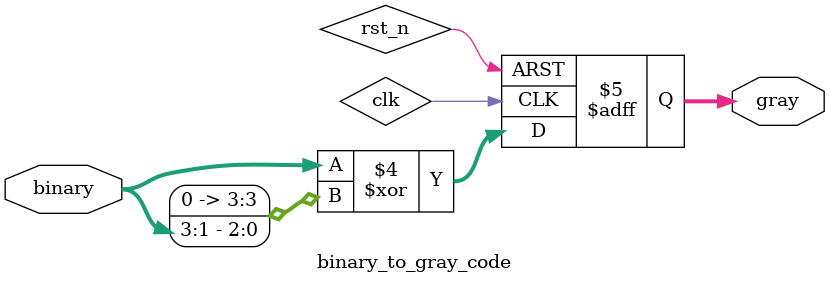
<source format=v>
module binary_to_gray_code(
    input [3:0] binary,
    output [3:0] gray
);
   always @(posedge clk or negedge rst_n) begin
       if(~rst_n) begin
           gray <= 4'b0;
       end else begin
           gray <= binary ^ (binary >> 1); // data shift right 1 bit, and then xor
       end//shift one bit 补0 0和本身xor还是本身 
   end
endmodule
</source>
